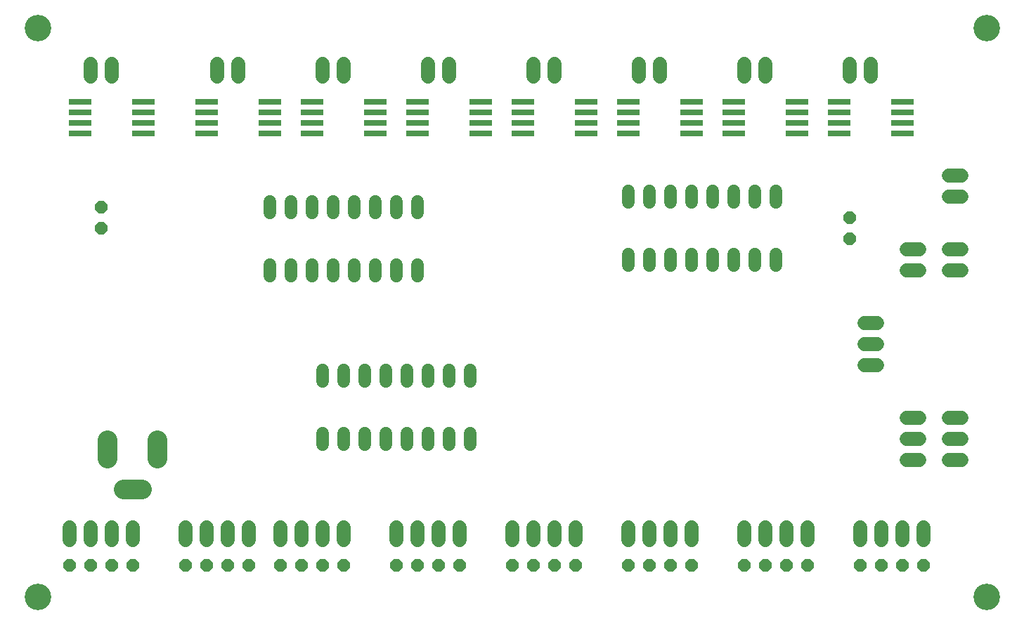
<source format=gbr>
G04 EAGLE Gerber RS-274X export*
G75*
%MOMM*%
%FSLAX34Y34*%
%LPD*%
%INSoldermask Top*%
%IPPOS*%
%AMOC8*
5,1,8,0,0,1.08239X$1,22.5*%
G01*
%ADD10C,3.203200*%
%ADD11C,1.727200*%
%ADD12P,1.649562X8X112.500000*%
%ADD13P,1.649562X8X292.500000*%
%ADD14C,1.524000*%
%ADD15P,1.649562X8X22.500000*%
%ADD16R,2.703200X0.703200*%
%ADD17C,2.387600*%


D10*
X25400Y711200D03*
X1168400Y711200D03*
X1168400Y25400D03*
X25400Y25400D03*
D11*
X1122680Y419100D02*
X1137920Y419100D01*
X1137920Y444500D02*
X1122680Y444500D01*
X1122680Y241300D02*
X1137920Y241300D01*
X1137920Y215900D02*
X1122680Y215900D01*
X1122680Y190500D02*
X1137920Y190500D01*
X1087120Y241300D02*
X1071880Y241300D01*
X1071880Y215900D02*
X1087120Y215900D01*
X1087120Y190500D02*
X1071880Y190500D01*
D12*
X1003300Y457200D03*
X1003300Y482600D03*
D13*
X101600Y495300D03*
X101600Y469900D03*
D11*
X1021080Y355600D02*
X1036320Y355600D01*
X1036320Y330200D02*
X1021080Y330200D01*
X1021080Y304800D02*
X1036320Y304800D01*
X1071880Y419100D02*
X1087120Y419100D01*
X1087120Y444500D02*
X1071880Y444500D01*
D14*
X914400Y501396D02*
X914400Y514604D01*
X889000Y514604D02*
X889000Y501396D01*
X812800Y501396D02*
X812800Y514604D01*
X787400Y514604D02*
X787400Y501396D01*
X863600Y501396D02*
X863600Y514604D01*
X838200Y514604D02*
X838200Y501396D01*
X762000Y501396D02*
X762000Y514604D01*
X736600Y514604D02*
X736600Y501396D01*
X736600Y438404D02*
X736600Y425196D01*
X762000Y425196D02*
X762000Y438404D01*
X787400Y438404D02*
X787400Y425196D01*
X812800Y425196D02*
X812800Y438404D01*
X838200Y438404D02*
X838200Y425196D01*
X863600Y425196D02*
X863600Y438404D01*
X889000Y438404D02*
X889000Y425196D01*
X914400Y425196D02*
X914400Y438404D01*
X304800Y425704D02*
X304800Y412496D01*
X330200Y412496D02*
X330200Y425704D01*
X406400Y425704D02*
X406400Y412496D01*
X431800Y412496D02*
X431800Y425704D01*
X355600Y425704D02*
X355600Y412496D01*
X381000Y412496D02*
X381000Y425704D01*
X457200Y425704D02*
X457200Y412496D01*
X482600Y412496D02*
X482600Y425704D01*
X482600Y488696D02*
X482600Y501904D01*
X457200Y501904D02*
X457200Y488696D01*
X431800Y488696D02*
X431800Y501904D01*
X406400Y501904D02*
X406400Y488696D01*
X381000Y488696D02*
X381000Y501904D01*
X355600Y501904D02*
X355600Y488696D01*
X330200Y488696D02*
X330200Y501904D01*
X304800Y501904D02*
X304800Y488696D01*
D11*
X520700Y652780D02*
X520700Y668020D01*
X495300Y668020D02*
X495300Y652780D01*
X393700Y652780D02*
X393700Y668020D01*
X368300Y668020D02*
X368300Y652780D01*
X1028700Y652780D02*
X1028700Y668020D01*
X1003300Y668020D02*
X1003300Y652780D01*
X901700Y652780D02*
X901700Y668020D01*
X876300Y668020D02*
X876300Y652780D01*
X266700Y652780D02*
X266700Y668020D01*
X241300Y668020D02*
X241300Y652780D01*
X114300Y652780D02*
X114300Y668020D01*
X88900Y668020D02*
X88900Y652780D01*
X774700Y652780D02*
X774700Y668020D01*
X749300Y668020D02*
X749300Y652780D01*
X647700Y652780D02*
X647700Y668020D01*
X622300Y668020D02*
X622300Y652780D01*
D14*
X368300Y222504D02*
X368300Y209296D01*
X393700Y209296D02*
X393700Y222504D01*
X469900Y222504D02*
X469900Y209296D01*
X495300Y209296D02*
X495300Y222504D01*
X419100Y222504D02*
X419100Y209296D01*
X444500Y209296D02*
X444500Y222504D01*
X520700Y222504D02*
X520700Y209296D01*
X546100Y209296D02*
X546100Y222504D01*
X546100Y285496D02*
X546100Y298704D01*
X520700Y298704D02*
X520700Y285496D01*
X495300Y285496D02*
X495300Y298704D01*
X469900Y298704D02*
X469900Y285496D01*
X444500Y285496D02*
X444500Y298704D01*
X419100Y298704D02*
X419100Y285496D01*
X393700Y285496D02*
X393700Y298704D01*
X368300Y298704D02*
X368300Y285496D01*
D11*
X1016000Y109220D02*
X1016000Y93980D01*
X1041400Y93980D02*
X1041400Y109220D01*
X876300Y109220D02*
X876300Y93980D01*
X901700Y93980D02*
X901700Y109220D01*
X736600Y109220D02*
X736600Y93980D01*
X762000Y93980D02*
X762000Y109220D01*
X596900Y109220D02*
X596900Y93980D01*
X622300Y93980D02*
X622300Y109220D01*
X457200Y109220D02*
X457200Y93980D01*
X482600Y93980D02*
X482600Y109220D01*
X317500Y109220D02*
X317500Y93980D01*
X342900Y93980D02*
X342900Y109220D01*
X203200Y109220D02*
X203200Y93980D01*
X228600Y93980D02*
X228600Y109220D01*
X63500Y109220D02*
X63500Y93980D01*
X88900Y93980D02*
X88900Y109220D01*
X1092200Y109220D02*
X1092200Y93980D01*
X1066800Y93980D02*
X1066800Y109220D01*
X952500Y109220D02*
X952500Y93980D01*
X927100Y93980D02*
X927100Y109220D01*
X812800Y109220D02*
X812800Y93980D01*
X787400Y93980D02*
X787400Y109220D01*
X673100Y109220D02*
X673100Y93980D01*
X647700Y93980D02*
X647700Y109220D01*
X533400Y109220D02*
X533400Y93980D01*
X508000Y93980D02*
X508000Y109220D01*
X393700Y109220D02*
X393700Y93980D01*
X368300Y93980D02*
X368300Y109220D01*
X279400Y109220D02*
X279400Y93980D01*
X254000Y93980D02*
X254000Y109220D01*
X139700Y109220D02*
X139700Y93980D01*
X114300Y93980D02*
X114300Y109220D01*
D15*
X1016000Y63500D03*
X1041400Y63500D03*
X508000Y63500D03*
X533400Y63500D03*
X317500Y63500D03*
X342900Y63500D03*
X368300Y63500D03*
X393700Y63500D03*
X203200Y63500D03*
X228600Y63500D03*
X254000Y63500D03*
X279400Y63500D03*
X63500Y63500D03*
X88900Y63500D03*
X114300Y63500D03*
X139700Y63500D03*
X1066800Y63500D03*
X1092200Y63500D03*
X876300Y63500D03*
X901700Y63500D03*
X927100Y63500D03*
X952500Y63500D03*
X736600Y63500D03*
X762000Y63500D03*
X787400Y63500D03*
X812800Y63500D03*
X596900Y63500D03*
X622300Y63500D03*
X647700Y63500D03*
X673100Y63500D03*
X457200Y63500D03*
X482600Y63500D03*
D11*
X1122680Y508000D02*
X1137920Y508000D01*
X1137920Y533400D02*
X1122680Y533400D01*
D16*
X482600Y622300D03*
X482600Y609600D03*
X482600Y596900D03*
X482600Y584200D03*
X558700Y622300D03*
X558700Y609600D03*
X558700Y596900D03*
X558700Y584200D03*
X355600Y622300D03*
X355600Y609600D03*
X355600Y596900D03*
X355600Y584200D03*
X431700Y622300D03*
X431700Y609600D03*
X431700Y596900D03*
X431700Y584200D03*
X990600Y622300D03*
X990600Y609600D03*
X990600Y596900D03*
X990600Y584200D03*
X1066700Y622300D03*
X1066700Y609600D03*
X1066700Y596900D03*
X1066700Y584200D03*
X863600Y622300D03*
X863600Y609600D03*
X863600Y596900D03*
X863600Y584200D03*
X939700Y622300D03*
X939700Y609600D03*
X939700Y596900D03*
X939700Y584200D03*
X228600Y622300D03*
X228600Y609600D03*
X228600Y596900D03*
X228600Y584200D03*
X304700Y622300D03*
X304700Y609600D03*
X304700Y596900D03*
X304700Y584200D03*
X76200Y622300D03*
X76200Y609600D03*
X76200Y596900D03*
X76200Y584200D03*
X152300Y622300D03*
X152300Y609600D03*
X152300Y596900D03*
X152300Y584200D03*
X736600Y622300D03*
X736600Y609600D03*
X736600Y596900D03*
X736600Y584200D03*
X812700Y622300D03*
X812700Y609600D03*
X812700Y596900D03*
X812700Y584200D03*
X609600Y622300D03*
X609600Y609600D03*
X609600Y596900D03*
X609600Y584200D03*
X685700Y622300D03*
X685700Y609600D03*
X685700Y596900D03*
X685700Y584200D03*
D17*
X150622Y155200D02*
X128778Y155200D01*
X109700Y192278D02*
X109700Y214122D01*
X169700Y214122D02*
X169700Y192278D01*
M02*

</source>
